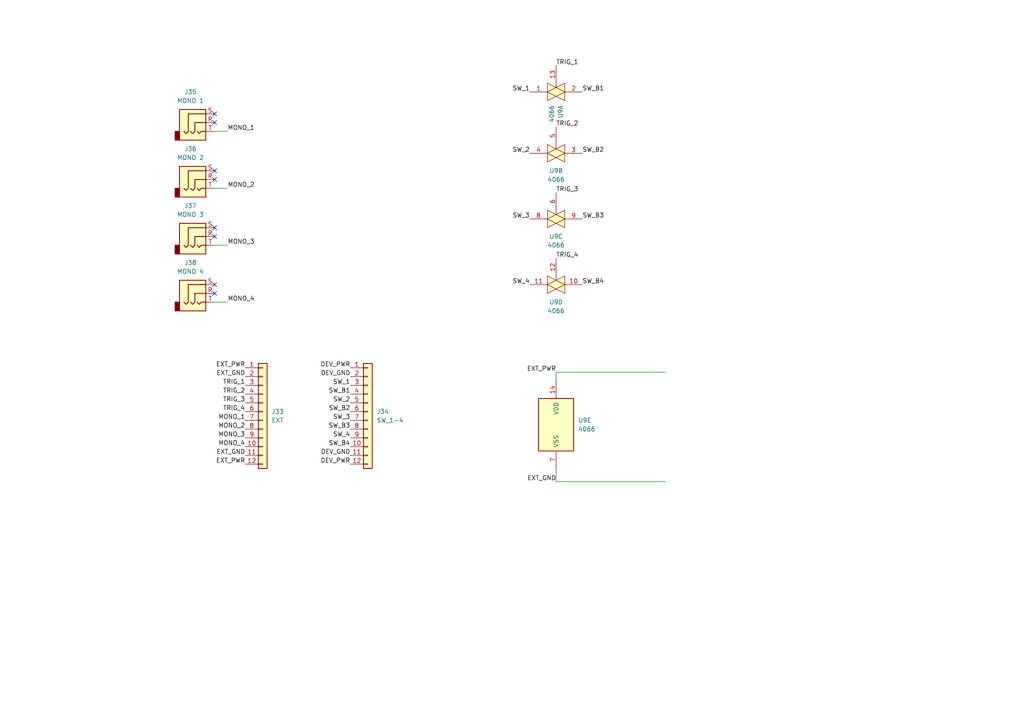
<source format=kicad_sch>
(kicad_sch (version 20231120) (generator "eeschema") (generator_version "8.0")
  (paper "A4")
  (title_block (title "Audio Thing Template") (rev "1.0") (company "velvia-fifty") (comment 1 "https://github.com/velvia-fifty/AudioThings") (comment 2 "You should have changed this already :)") (comment 4 "Stay humble"))
  (lib_symbols
    (symbol "4xxx:4066" (pin_names (offset 1.016))
      (property "Reference" "U" (at -7.62 8.89 0))
      (property "Value" "4066" (at -7.62 -8.89 0))
      (symbol "4066_1_0"
        (polyline (pts (xy 0 1.27) (xy 0 2.54)) (stroke (width 0.1524)))
        (polyline (pts (xy -2.54 0) (xy 2.54 2.54) (xy 2.54 -2.54) (xy -2.54 0)) (fill (type background)))
        (polyline (pts (xy -2.54 2.54) (xy 2.54 0) (xy -2.54 -2.54) (xy -2.54 2.54)) (fill (type background)))
        (pin passive line (at -7.62 0 0) (length 5.08) (name "~") (number "1"))
        (pin input line (at 0 7.62 270) (length 5.08) (name "~") (number "13"))
        (pin passive line (at 7.62 0 180) (length 5.08) (name "~") (number "2"))
      )
      (symbol "4066_2_0"
        (polyline (pts (xy 0 1.27) (xy 0 2.54)) (stroke (width 0.1524)))
        (polyline (pts (xy -2.54 0) (xy 2.54 2.54) (xy 2.54 -2.54) (xy -2.54 0)) (fill (type background)))
        (polyline (pts (xy -2.54 2.54) (xy 2.54 0) (xy -2.54 -2.54) (xy -2.54 2.54)) (fill (type background)))
        (pin passive line (at 7.62 0 180) (length 5.08) (name "~") (number "3"))
        (pin passive line (at -7.62 0 0) (length 5.08) (name "~") (number "4"))
        (pin input line (at 0 7.62 270) (length 5.08) (name "~") (number "5"))
      )
      (symbol "4066_3_0"
        (polyline (pts (xy 0 1.27) (xy 0 2.54)) (stroke (width 0.1524)))
        (polyline (pts (xy -2.54 0) (xy 2.54 2.54) (xy 2.54 -2.54) (xy -2.54 0)) (fill (type background)))
        (polyline (pts (xy -2.54 2.54) (xy 2.54 0) (xy -2.54 -2.54) (xy -2.54 2.54)) (fill (type background)))
        (pin input line (at 0 7.62 270) (length 5.08) (name "~") (number "6"))
        (pin passive line (at -7.62 0 0) (length 5.08) (name "~") (number "8"))
        (pin passive line (at 7.62 0 180) (length 5.08) (name "~") (number "9"))
      )
      (symbol "4066_4_0"
        (polyline (pts (xy 0 1.27) (xy 0 2.54)) (stroke (width 0.1524)))
        (polyline (pts (xy -2.54 0) (xy 2.54 2.54) (xy 2.54 -2.54) (xy -2.54 0)) (fill (type background)))
        (polyline (pts (xy -2.54 2.54) (xy 2.54 0) (xy -2.54 -2.54) (xy -2.54 2.54)) (fill (type background)))
        (pin passive line (at 7.62 0 180) (length 5.08) (name "~") (number "10"))
        (pin passive line (at -7.62 0 0) (length 5.08) (name "~") (number "11"))
        (pin input line (at 0 7.62 270) (length 5.08) (name "~") (number "12"))
      )
      (symbol "4066_5_0"
        (pin power_in line (at 0 12.7 270) (length 5.08) (name "VDD") (number "14"))
        (pin power_in line (at 0 -12.7 90) (length 5.08) (name "VSS") (number "7"))
      )
      (symbol "4066_5_1"
        (rectangle (start -5.08 7.62) (end 5.08 -7.62) (stroke (width 0.254)) (fill (type background)))
      )
    )
    (symbol "Connector_Audio:AudioJack3"
      (property "Reference" "J" (at 0 8.89 0))
      (property "Value" "AudioJack3" (at 0 6.35 0))
      (symbol "AudioJack3_0_1"
        (rectangle (start -5.08 -5.08) (end -6.35 -2.54) (stroke (width 0.254)) (fill (type outline)))
        (polyline (pts (xy 0 -2.54) (xy 0.635 -3.175) (xy 1.27 -2.54) (xy 2.54 -2.54)) (stroke (width 0.254)))
        (polyline (pts (xy -1.905 -2.54) (xy -1.27 -3.175) (xy -0.635 -2.54) (xy -0.635 0) (xy 2.54 0)) (stroke (width 0.254)))
        (polyline (pts (xy 2.54 2.54) (xy -2.54 2.54) (xy -2.54 -2.54) (xy -3.175 -3.175) (xy -3.81 -2.54)) (stroke (width 0.254)))
        (rectangle (start 2.54 3.81) (end -5.08 -5.08) (stroke (width 0.254)) (fill (type background)))
      )
      (symbol "AudioJack3_1_1"
        (pin passive line (at 5.08 0 180) (length 2.54) (name "~") (number "R"))
        (pin passive line (at 5.08 2.54 180) (length 2.54) (name "~") (number "S"))
        (pin passive line (at 5.08 -2.54 180) (length 2.54) (name "~") (number "T"))
      )
    )
    (symbol "Connector_Generic:Conn_01x12" (pin_names (offset 1.016) hide)
      (property "Reference" "J" (at 0 15.24 0))
      (property "Value" "Conn_01x12" (at 0 -17.78 0))
      (symbol "Conn_01x12_1_1"
        (rectangle (start -1.27 -15.113) (end 0 -15.367) (stroke (width 0.1524)))
        (rectangle (start -1.27 -12.573) (end 0 -12.827) (stroke (width 0.1524)))
        (rectangle (start -1.27 -10.033) (end 0 -10.287) (stroke (width 0.1524)))
        (rectangle (start -1.27 -7.493) (end 0 -7.747) (stroke (width 0.1524)))
        (rectangle (start -1.27 -4.953) (end 0 -5.207) (stroke (width 0.1524)))
        (rectangle (start -1.27 -2.413) (end 0 -2.667) (stroke (width 0.1524)))
        (rectangle (start -1.27 0.127) (end 0 -0.127) (stroke (width 0.1524)))
        (rectangle (start -1.27 2.667) (end 0 2.413) (stroke (width 0.1524)))
        (rectangle (start -1.27 5.207) (end 0 4.953) (stroke (width 0.1524)))
        (rectangle (start -1.27 7.747) (end 0 7.493) (stroke (width 0.1524)))
        (rectangle (start -1.27 10.287) (end 0 10.033) (stroke (width 0.1524)))
        (rectangle (start -1.27 12.827) (end 0 12.573) (stroke (width 0.1524)))
        (rectangle (start -1.27 13.97) (end 1.27 -16.51) (stroke (width 0.254)) (fill (type background)))
        (pin passive line (at -5.08 12.7 0) (length 3.81) (name "Pin_1") (number "1"))
        (pin passive line (at -5.08 -10.16 0) (length 3.81) (name "Pin_10") (number "10"))
        (pin passive line (at -5.08 -12.7 0) (length 3.81) (name "Pin_11") (number "11"))
        (pin passive line (at -5.08 -15.24 0) (length 3.81) (name "Pin_12") (number "12"))
        (pin passive line (at -5.08 10.16 0) (length 3.81) (name "Pin_2") (number "2"))
        (pin passive line (at -5.08 7.62 0) (length 3.81) (name "Pin_3") (number "3"))
        (pin passive line (at -5.08 5.08 0) (length 3.81) (name "Pin_4") (number "4"))
        (pin passive line (at -5.08 2.54 0) (length 3.81) (name "Pin_5") (number "5"))
        (pin passive line (at -5.08 0 0) (length 3.81) (name "Pin_6") (number "6"))
        (pin passive line (at -5.08 -2.54 0) (length 3.81) (name "Pin_7") (number "7"))
        (pin passive line (at -5.08 -5.08 0) (length 3.81) (name "Pin_8") (number "8"))
        (pin passive line (at -5.08 -7.62 0) (length 3.81) (name "Pin_9") (number "9"))
      )
    )
  )
  (no_connect (at 62.23 35.56))
  (no_connect (at 62.23 85.09))
  (no_connect (at 62.23 68.58))
  (no_connect (at 62.23 82.55))
  (no_connect (at 62.23 33.02))
  (no_connect (at 62.23 66.04))
  (no_connect (at 62.23 52.07))
  (no_connect (at 62.23 49.53))
  (wire (pts (xy 161.29 139.7) (xy 161.29 135.89)))
  (wire (pts (xy 161.29 139.7) (xy 193.04 139.7)))
  (wire (pts (xy 66.04 54.61) (xy 62.23 54.61)))
  (wire (pts (xy 66.04 38.1) (xy 62.23 38.1)))
  (wire (pts (xy 66.04 71.12) (xy 62.23 71.12)))
  (wire (pts (xy 161.29 107.95) (xy 161.29 110.49)))
  (wire (pts (xy 161.29 107.95) (xy 193.04 107.95)))
  (wire (pts (xy 66.04 87.63) (xy 62.23 87.63)))
  (label "TRIG_1" (at 161.29 19.05 0))
  (label "MONO_4" (at 71.12 129.54 180))
  (label "SW_1" (at 153.67 26.67 180))
  (label "SW_B4" (at 168.91 82.55 0))
  (label "EXT_GND" (at 71.12 109.22 180))
  (label "EXT_PWR" (at 161.29 107.95 180))
  (label "DEV_GND" (at 101.6 132.08 180))
  (label "EXT_GND" (at 71.12 132.08 180))
  (label "EXT_PWR" (at 71.12 106.68 180))
  (label "EXT_GND" (at 161.29 139.7 180))
  (label "SW_3" (at 101.6 121.92 180))
  (label "TRIG_4" (at 71.12 119.38 180))
  (label "SW_2" (at 101.6 116.84 180))
  (label "SW_1" (at 101.6 111.76 180))
  (label "SW_B3" (at 168.91 63.5 0))
  (label "TRIG_4" (at 161.29 74.93 0))
  (label "SW_B1" (at 101.6 114.3 180))
  (label "TRIG_2" (at 71.12 114.3 180))
  (label "MONO_3" (at 66.04 71.12 0))
  (label "TRIG_1" (at 71.12 111.76 180))
  (label "SW_B3" (at 101.6 124.46 180))
  (label "TRIG_2" (at 161.29 36.83 0))
  (label "TRIG_3" (at 161.29 55.88 0))
  (label "MONO_4" (at 66.04 87.63 0))
  (label "SW_B2" (at 101.6 119.38 180))
  (label "SW_B4" (at 101.6 129.54 180))
  (label "MONO_1" (at 71.12 121.92 180))
  (label "TRIG_3" (at 71.12 116.84 180))
  (label "SW_4" (at 153.67 82.55 180))
  (label "SW_B1" (at 168.91 26.67 0))
  (label "MONO_1" (at 66.04 38.1 0))
  (label "DEV_PWR" (at 101.6 134.62 180))
  (label "MONO_2" (at 66.04 54.61 0))
  (label "MONO_2" (at 71.12 124.46 180))
  (label "SW_3" (at 153.67 63.5 180))
  (label "SW_4" (at 101.6 127 180))
  (label "SW_2" (at 153.67 44.45 180))
  (label "MONO_3" (at 71.12 127 180))
  (label "DEV_GND" (at 101.6 109.22 180))
  (label "DEV_PWR" (at 101.6 106.68 180))
  (label "EXT_PWR" (at 71.12 134.62 180))
  (label "SW_B2" (at 168.91 44.45 0))
  (symbol (lib_id "Connector_Generic:Conn_01x12") (at 76.2 119.38 0) (unit 1)
    (property "Reference" "J33" (at 78.74 119.3799 0) (effects (justify left)))
    (property "Value" "EXT" (at 78.74 121.9199 0) (effects (justify left)))
    (property "Footprint" "AT-Footprints:JST_SHL 12pin w pads" (effects (hide yes)))
    (property "Description" "Generic connector, single row, 01x12, script generated (kicad-library-utils/schlib/autogen/connector/)" (effects (hide yes)))
  )
  (symbol (lib_id "Connector_Audio:AudioJack3") (at 57.15 52.07 0) (unit 1)
    (property "Reference" "J36" (at 55.245 43.18 0))
    (property "Value" "MONO 2" (at 55.245 45.72 0))
    (property "Footprint" "AT-Footprints:SJ3-3505" (effects (hide yes)))
    (property "Description" "Audio Jack, 3 Poles (Stereo / TRS)" (effects (hide yes)))
  )
  (symbol (lib_id "4xxx:4066") (at 161.29 26.67 0) (unit 1)
    (property "Reference" "U9" (at 162.5601 30.48 90) (effects (justify right)))
    (property "Value" "4066" (at 160.0201 30.48 90) (effects (justify right)))
    (property "Footprint" "Package_DFN_QFN:DHVQFN-14-1EP_2.5x3mm_P0.5mm_EP1x1.5mm" (effects (hide yes)))
    (property "Datasheet" "http://www.ti.com/lit/ds/symlink/cd4066b.pdf" (effects (hide yes)))
    (property "Description" "Quad Analog Switches" (effects (hide yes)))
  )
  (symbol (lib_id "4xxx:4066") (at 161.29 82.55 0) (unit 4)
    (property "Reference" "U9" (at 161.29 87.63 0))
    (property "Value" "4066" (at 161.29 90.17 0))
    (property "Footprint" "Package_DFN_QFN:DHVQFN-14-1EP_2.5x3mm_P0.5mm_EP1x1.5mm" (effects (hide yes)))
    (property "Datasheet" "http://www.ti.com/lit/ds/symlink/cd4066b.pdf" (effects (hide yes)))
    (property "Description" "Quad Analog Switches" (effects (hide yes)))
  )
  (symbol (lib_id "Connector_Audio:AudioJack3") (at 57.15 85.09 0) (unit 1)
    (property "Reference" "J38" (at 55.245 76.2 0))
    (property "Value" "MONO 4" (at 55.245 78.74 0))
    (property "Footprint" "AT-Footprints:SJ3-3505" (effects (hide yes)))
    (property "Description" "Audio Jack, 3 Poles (Stereo / TRS)" (effects (hide yes)))
  )
  (symbol (lib_id "4xxx:4066") (at 161.29 63.5 0) (unit 3)
    (property "Reference" "U9" (at 161.29 68.58 0))
    (property "Value" "4066" (at 161.29 71.12 0))
    (property "Footprint" "Package_DFN_QFN:DHVQFN-14-1EP_2.5x3mm_P0.5mm_EP1x1.5mm" (effects (hide yes)))
    (property "Datasheet" "http://www.ti.com/lit/ds/symlink/cd4066b.pdf" (effects (hide yes)))
    (property "Description" "Quad Analog Switches" (effects (hide yes)))
  )
  (symbol (lib_id "Connector_Generic:Conn_01x12") (at 106.68 119.38 0) (unit 1)
    (property "Reference" "J34" (at 109.22 119.3799 0) (effects (justify left)))
    (property "Value" "SW_1-4" (at 109.22 121.9199 0) (effects (justify left)))
    (property "Footprint" "AT-Footprints:JST_SHL 12pin w pads" (effects (hide yes)))
    (property "Description" "Generic connector, single row, 01x12, script generated (kicad-library-utils/schlib/autogen/connector/)" (effects (hide yes)))
  )
  (symbol (lib_id "4xxx:4066") (at 161.29 44.45 0) (unit 2)
    (property "Reference" "U9" (at 161.29 49.53 0))
    (property "Value" "4066" (at 161.29 52.07 0))
    (property "Footprint" "Package_DFN_QFN:DHVQFN-14-1EP_2.5x3mm_P0.5mm_EP1x1.5mm" (effects (hide yes)))
    (property "Datasheet" "http://www.ti.com/lit/ds/symlink/cd4066b.pdf" (effects (hide yes)))
    (property "Description" "Quad Analog Switches" (effects (hide yes)))
  )
  (symbol (lib_id "Connector_Audio:AudioJack3") (at 57.15 68.58 0) (unit 1)
    (property "Reference" "J37" (at 55.245 59.69 0))
    (property "Value" "MONO 3" (at 55.245 62.23 0))
    (property "Footprint" "AT-Footprints:SJ3-3505" (effects (hide yes)))
    (property "Description" "Audio Jack, 3 Poles (Stereo / TRS)" (effects (hide yes)))
  )
  (symbol (lib_id "4xxx:4066") (at 161.29 123.19 0) (unit 5)
    (property "Reference" "U9" (at 167.64 121.9199 0) (effects (justify left)))
    (property "Value" "4066" (at 167.64 124.4599 0) (effects (justify left)))
    (property "Footprint" "Package_DFN_QFN:DHVQFN-14-1EP_2.5x3mm_P0.5mm_EP1x1.5mm" (effects (hide yes)))
    (property "Datasheet" "http://www.ti.com/lit/ds/symlink/cd4066b.pdf" (effects (hide yes)))
    (property "Description" "Quad Analog Switches" (effects (hide yes)))
  )
  (symbol (lib_id "Connector_Audio:AudioJack3") (at 57.15 35.56 0) (unit 1)
    (property "Reference" "J35" (at 55.245 26.67 0))
    (property "Value" "MONO 1" (at 55.245 29.21 0))
    (property "Footprint" "AT-Footprints:SJ3-3505" (effects (hide yes)))
    (property "Description" "Audio Jack, 3 Poles (Stereo / TRS)" (effects (hide yes)))
  )
)
</source>
